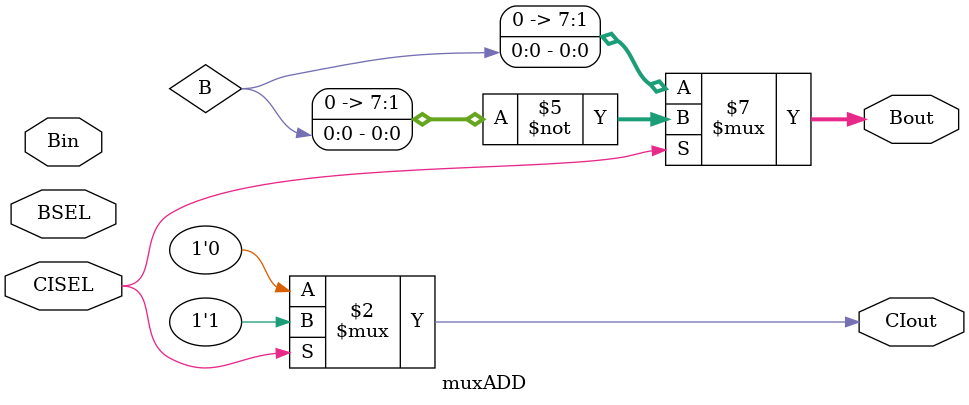
<source format=v>
module muxADD(CISEL, CIout, BSEL, Bout, Bin);
  
  // inputs
  input  CISEL;
  input  BSEL;
  input  [7:0] Bin;
  
  // outputs
  output CIout;
  output [7:0] Bout;

  // MUX LOGIC:
  //   if   CISEL == 0 => CIout = 0
  //   else            => CIout = 1
  assign CIout = (CISEL == 1'b0) ? 1'b0 : 1'b1;
  
  // 	 if   BSEL  == 1 => Bout = ~B
  //   else				  => Bout = B
  assign Bout = (CISEL == 1'b1) ? ~B : B;
  
endmodule

</source>
